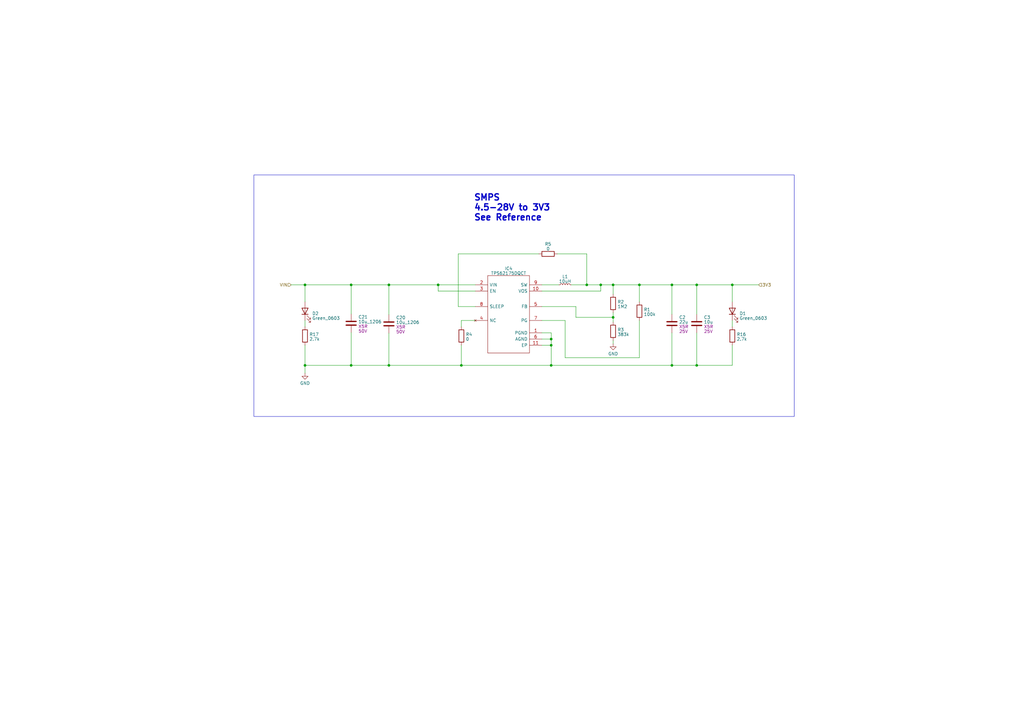
<source format=kicad_sch>
(kicad_sch (version 20230121) (generator eeschema)
  (paper "A3")
  (lib_symbols
    (symbol "Capacitor_JLC:10u" (pin_numbers hide) (pin_names (offset 0.254))
      (property "Reference" "C" (at 0.635 2.54 0))
      (property "Value" "10u" (at 0.635 -2.54 0))
      (property "Type" "X5R" (at 5.08 2.54 0))
      (property "Voltage" "25V" (at 5.08 0 0))
      (symbol "10u_0_1"
        (polyline (pts (xy -2.032 -0.762) (xy 2.032 -0.762)) (stroke (width 0.508)))
        (polyline (pts (xy -2.032 0.762) (xy 2.032 0.762)) (stroke (width 0.508)))
      )
      (symbol "10u_1_1"
        (pin passive line (at 0 3.81 270) (length 2.794) (name "~") (number "1"))
        (pin passive line (at 0 -3.81 90) (length 2.794) (name "~") (number "2"))
      )
    )
    (symbol "Capacitor_JLC:10u_1206" (pin_numbers hide) (pin_names (offset 0.254))
      (property "Reference" "C" (at 0.635 2.54 0))
      (property "Value" "10u_1206" (at 0.635 -2.54 0))
      (property "Type" "X5R" (at 5.08 2.54 0))
      (property "Voltage" "50V" (at 5.08 0 0))
      (symbol "10u_1206_0_1"
        (polyline (pts (xy -2.032 -0.762) (xy 2.032 -0.762)) (stroke (width 0.508)))
        (polyline (pts (xy -2.032 0.762) (xy 2.032 0.762)) (stroke (width 0.508)))
      )
      (symbol "10u_1206_1_1"
        (pin passive line (at 0 3.81 270) (length 2.794) (name "~") (number "1"))
        (pin passive line (at 0 -3.81 90) (length 2.794) (name "~") (number "2"))
      )
    )
    (symbol "Capacitor_JLC:22u" (pin_numbers hide) (pin_names (offset 0.254))
      (property "Reference" "C" (at 0.635 2.54 0))
      (property "Value" "22u" (at 0.635 -2.54 0))
      (property "Type" "X5R" (at 5.08 2.54 0))
      (property "Voltage" "25V" (at 5.08 0 0))
      (symbol "22u_0_1"
        (polyline (pts (xy -2.032 -0.762) (xy 2.032 -0.762)) (stroke (width 0.508)))
        (polyline (pts (xy -2.032 0.762) (xy 2.032 0.762)) (stroke (width 0.508)))
      )
      (symbol "22u_1_1"
        (pin passive line (at 0 3.81 270) (length 2.794) (name "~") (number "1"))
        (pin passive line (at 0 -3.81 90) (length 2.794) (name "~") (number "2"))
      )
    )
    (symbol "Diode_JLC:Green_0603" (pin_numbers hide) (pin_names (offset 1.016) hide)
      (property "Reference" "D" (at 0 5.08 0))
      (property "Value" "Green_0603" (at 0 3.175 0))
      (symbol "Green_0603_0_1"
        (polyline (pts (xy -1.27 -1.27) (xy -1.27 1.27)) (stroke (width 0.254)))
        (polyline (pts (xy -1.27 0) (xy 1.27 0)))
        (polyline (pts (xy 1.27 -1.27) (xy 1.27 1.27) (xy -1.27 0) (xy 1.27 -1.27)) (stroke (width 0.254)))
        (polyline (pts (xy -3.048 -0.762) (xy -4.572 -2.286) (xy -3.81 -2.286) (xy -4.572 -2.286) (xy -4.572 -1.524)))
        (polyline (pts (xy -1.778 -0.762) (xy -3.302 -2.286) (xy -2.54 -2.286) (xy -3.302 -2.286) (xy -3.302 -1.524)))
      )
      (symbol "Green_0603_1_1"
        (pin passive line (at -3.81 0 0) (length 2.54) (name "K") (number "1"))
        (pin passive line (at 3.81 0 180) (length 2.54) (name "A") (number "2"))
      )
    )
    (symbol "Inductor_JLC:10uH" (pin_numbers hide) (pin_names (offset 0.254) hide)
      (property "Reference" "L" (at 0.762 1.016 0))
      (property "Value" "10uH" (at 0.762 -1.016 0))
      (symbol "10uH_0_1"
        (arc (start 0 -2.032) (mid 0.5058 -1.524) (end 0 -1.016))
        (arc (start 0 -1.016) (mid 0.5058 -0.508) (end 0 0))
        (arc (start 0 0) (mid 0.5058 0.508) (end 0 1.016))
        (arc (start 0 1.016) (mid 0.5058 1.524) (end 0 2.032))
      )
      (symbol "10uH_1_1"
        (pin passive line (at 0 2.54 270) (length 0.508) (name "~") (number "1"))
        (pin passive line (at 0 -2.54 90) (length 0.508) (name "~") (number "2"))
      )
    )
    (symbol "Power-Drivers_JLC:TPS62175DQCT" (pin_names (offset 0.762))
      (property "Reference" "IC" (at 0 3.81 0))
      (property "Value" "TPS62175DQCT" (at 0 1.27 0))
      (symbol "TPS62175DQCT_0_0"
        (pin passive line (at 22.225 -23.495 180) (length 5.08) (name "PGND") (number "1"))
        (pin passive line (at 22.225 -6.35 180) (length 5.08) (name "VOS") (number "10"))
        (pin passive line (at 22.225 -28.575 180) (length 5.08) (name "EP") (number "11"))
        (pin passive line (at -5.08 -3.81 0) (length 5.08) (name "VIN") (number "2"))
        (pin passive line (at -5.08 -6.35 0) (length 5.08) (name "EN") (number "3"))
        (pin no_connect line (at -5.08 -18.415 0) (length 5.08) (name "NC") (number "4"))
        (pin passive line (at 22.225 -12.7 180) (length 5.08) (name "FB") (number "5"))
        (pin passive line (at 22.225 -26.035 180) (length 5.08) (name "AGND") (number "6"))
        (pin passive line (at 22.225 -18.415 180) (length 5.08) (name "PG") (number "7"))
        (pin passive line (at -5.08 -12.7 0) (length 5.08) (name "SLEEP") (number "8"))
        (pin passive line (at 22.225 -3.81 180) (length 5.08) (name "SW") (number "9"))
      )
      (symbol "TPS62175DQCT_0_1"
        (rectangle (start 0 0) (end 17.145 -31.75))
      )
    )
    (symbol "Resistor_JLC:0" (pin_numbers hide) (pin_names (offset 0))
      (property "Reference" "R" (at 2.032 0 90))
      (property "Value" "0" (at 0 0 90))
      (symbol "0_0_1"
        (rectangle (start -1.016 -2.54) (end 1.016 2.54) (stroke (width 0.254)))
      )
      (symbol "0_1_1"
        (pin passive line (at 0 3.81 270) (length 1.27) (name "~") (number "1"))
        (pin passive line (at 0 -3.81 90) (length 1.27) (name "~") (number "2"))
      )
    )
    (symbol "Resistor_JLC:100k" (pin_numbers hide) (pin_names (offset 0))
      (property "Reference" "R" (at 2.032 0 90))
      (property "Value" "100k" (at 0 0 90))
      (symbol "100k_0_1"
        (rectangle (start -1.016 -2.54) (end 1.016 2.54) (stroke (width 0.254)))
      )
      (symbol "100k_1_1"
        (pin passive line (at 0 3.81 270) (length 1.27) (name "~") (number "1"))
        (pin passive line (at 0 -3.81 90) (length 1.27) (name "~") (number "2"))
      )
    )
    (symbol "Resistor_JLC:1M2" (pin_numbers hide) (pin_names (offset 0))
      (property "Reference" "R" (at 2.032 0 90))
      (property "Value" "1M2" (at 0 0 90))
      (symbol "1M2_0_1"
        (rectangle (start -1.016 -2.54) (end 1.016 2.54) (stroke (width 0.254)))
      )
      (symbol "1M2_1_1"
        (pin passive line (at 0 3.81 270) (length 1.27) (name "~") (number "1"))
        (pin passive line (at 0 -3.81 90) (length 1.27) (name "~") (number "2"))
      )
    )
    (symbol "Resistor_JLC:2.7k" (pin_numbers hide) (pin_names (offset 0))
      (property "Reference" "R" (at 2.032 0 90))
      (property "Value" "2.7k" (at 0 0 90))
      (symbol "2.7k_0_1"
        (rectangle (start -1.016 -2.54) (end 1.016 2.54) (stroke (width 0.254)))
      )
      (symbol "2.7k_1_1"
        (pin passive line (at 0 3.81 270) (length 1.27) (name "~") (number "1"))
        (pin passive line (at 0 -3.81 90) (length 1.27) (name "~") (number "2"))
      )
    )
    (symbol "Resistor_JLC:383k" (pin_numbers hide) (pin_names (offset 0))
      (property "Reference" "R" (at 2.032 0 90))
      (property "Value" "383k" (at 0 0 90))
      (symbol "383k_0_1"
        (rectangle (start -1.016 -2.54) (end 1.016 2.54) (stroke (width 0.254)))
      )
      (symbol "383k_1_1"
        (pin passive line (at 0 3.81 270) (length 1.27) (name "~") (number "1"))
        (pin passive line (at 0 -3.81 90) (length 1.27) (name "~") (number "2"))
      )
    )
    (symbol "power:GND" (power) (pin_names (offset 0))
      (property "Value" "GND" (at 0 -3.81 0))
      (symbol "GND_0_1"
        (polyline (pts (xy 0 0) (xy 0 -1.27) (xy 1.27 -1.27) (xy 0 -2.54) (xy -1.27 -1.27) (xy 0 -1.27)))
      )
      (symbol "GND_1_1"
        (pin power_in line (at 0 0 270) (length 0) hide (name "GND") (number "1"))
      )
    )
  )
  (junction (at 125.095 116.84))
  (junction (at 285.75 116.84))
  (junction (at 275.59 149.86))
  (junction (at 285.75 149.86))
  (junction (at 262.255 116.84))
  (junction (at 226.06 141.605))
  (junction (at 179.705 116.84))
  (junction (at 226.06 139.065))
  (junction (at 246.38 116.84))
  (junction (at 251.46 116.84))
  (junction (at 159.512 149.86))
  (junction (at 300.355 116.84))
  (junction (at 275.59 116.84))
  (junction (at 144.018 149.86))
  (junction (at 240.665 116.84))
  (junction (at 251.46 130.175))
  (junction (at 125.095 149.86))
  (junction (at 144.018 116.84))
  (junction (at 189.23 149.86))
  (junction (at 159.512 116.84))
  (junction (at 226.06 149.86))
  (wire (pts (xy 125.095 131.445) (xy 125.095 133.985)))
  (wire (pts (xy 189.23 149.86) (xy 226.06 149.86)))
  (wire (pts (xy 275.59 136.525) (xy 275.59 149.86)))
  (wire (pts (xy 222.25 125.73) (xy 236.22 125.73)))
  (wire (pts (xy 144.018 136.398) (xy 144.018 149.86)))
  (wire (pts (xy 262.255 123.825) (xy 262.255 116.84)))
  (wire (pts (xy 262.255 146.685) (xy 262.255 131.445)))
  (wire (pts (xy 159.512 129.032) (xy 159.512 116.84)))
  (wire (pts (xy 226.06 136.525) (xy 226.06 139.065)))
  (wire (pts (xy 300.355 123.825) (xy 300.355 116.84)))
  (wire (pts (xy 125.095 123.825) (xy 125.095 116.84)))
  (wire (pts (xy 300.355 141.605) (xy 300.355 149.86)))
  (wire (pts (xy 222.25 119.38) (xy 246.38 119.38)))
  (wire (pts (xy 226.06 139.065) (xy 226.06 141.605)))
  (wire (pts (xy 236.22 130.175) (xy 251.46 130.175)))
  (wire (pts (xy 222.25 116.84) (xy 229.235 116.84)))
  (wire (pts (xy 246.38 119.38) (xy 246.38 116.84)))
  (wire (pts (xy 285.75 116.84) (xy 300.355 116.84)))
  (wire (pts (xy 119.38 116.84) (xy 125.095 116.84)))
  (wire (pts (xy 187.96 125.73) (xy 187.96 104.14)))
  (wire (pts (xy 251.46 116.84) (xy 251.46 120.65)))
  (wire (pts (xy 275.59 116.84) (xy 262.255 116.84)))
  (wire (pts (xy 194.945 131.445) (xy 189.23 131.445)))
  (wire (pts (xy 159.512 136.652) (xy 159.512 149.86)))
  (wire (pts (xy 144.018 116.84) (xy 159.512 116.84)))
  (wire (pts (xy 285.75 136.525) (xy 285.75 149.86)))
  (wire (pts (xy 144.018 149.86) (xy 159.512 149.86)))
  (wire (pts (xy 125.095 149.86) (xy 125.095 153.035)))
  (wire (pts (xy 222.25 141.605) (xy 226.06 141.605)))
  (wire (pts (xy 251.46 139.7) (xy 251.46 140.97)))
  (wire (pts (xy 125.095 116.84) (xy 144.018 116.84)))
  (wire (pts (xy 125.095 149.86) (xy 144.018 149.86)))
  (wire (pts (xy 222.25 136.525) (xy 226.06 136.525)))
  (wire (pts (xy 144.018 128.778) (xy 144.018 116.84)))
  (wire (pts (xy 231.775 146.685) (xy 262.255 146.685)))
  (wire (pts (xy 231.775 131.445) (xy 231.775 146.685)))
  (wire (pts (xy 222.25 131.445) (xy 231.775 131.445)))
  (wire (pts (xy 159.512 149.86) (xy 189.23 149.86)))
  (wire (pts (xy 285.75 149.86) (xy 275.59 149.86)))
  (wire (pts (xy 275.59 116.84) (xy 275.59 128.905)))
  (wire (pts (xy 275.59 149.86) (xy 226.06 149.86)))
  (wire (pts (xy 251.46 128.27) (xy 251.46 130.175)))
  (wire (pts (xy 222.25 139.065) (xy 226.06 139.065)))
  (wire (pts (xy 226.06 141.605) (xy 226.06 149.86)))
  (wire (pts (xy 179.705 119.38) (xy 179.705 116.84)))
  (wire (pts (xy 285.75 116.84) (xy 285.75 128.905)))
  (wire (pts (xy 262.255 116.84) (xy 251.46 116.84)))
  (wire (pts (xy 194.945 125.73) (xy 187.96 125.73)))
  (wire (pts (xy 275.59 116.84) (xy 285.75 116.84)))
  (wire (pts (xy 240.665 116.84) (xy 234.315 116.84)))
  (wire (pts (xy 194.945 116.84) (xy 179.705 116.84)))
  (wire (pts (xy 189.23 149.86) (xy 189.23 141.605)))
  (wire (pts (xy 300.355 131.445) (xy 300.355 133.985)))
  (wire (pts (xy 187.96 104.14) (xy 220.98 104.14)))
  (wire (pts (xy 251.46 116.84) (xy 246.38 116.84)))
  (wire (pts (xy 159.512 116.84) (xy 179.705 116.84)))
  (wire (pts (xy 251.46 130.175) (xy 251.46 132.08)))
  (wire (pts (xy 300.355 149.86) (xy 285.75 149.86)))
  (wire (pts (xy 228.6 104.14) (xy 240.665 104.14)))
  (wire (pts (xy 194.945 119.38) (xy 179.705 119.38)))
  (wire (pts (xy 240.665 104.14) (xy 240.665 116.84)))
  (wire (pts (xy 300.355 116.84) (xy 311.15 116.84)))
  (wire (pts (xy 189.23 131.445) (xy 189.23 133.985)))
  (wire (pts (xy 125.095 141.605) (xy 125.095 149.86)))
  (wire (pts (xy 246.38 116.84) (xy 240.665 116.84)))
  (wire (pts (xy 236.22 125.73) (xy 236.22 130.175)))
  (rectangle (start 104.14 71.755) (end 325.755 170.815))
  (text "SMPS\n4.5-28V to 3V3\nSee Reference" (at 194.31 90.805 0) (effects (font (size 2.54 2.54) (thickness 0.508) bold) (justify left bottom)))
  (hierarchical_label "VIN" (shape input) (at 119.38 116.84 180))
  (hierarchical_label "3V3" (shape input) (at 311.15 116.84 0))
  (symbol (lib_id "Resistor_JLC:383k") (at 251.46 135.89 0) (unit 1)
    (property "Reference" "R3" (at 253.238 135.2463 0) (effects (justify left)))
    (property "Value" "383k" (at 253.238 137.1673 0) (effects (justify left)))
    (property "Footprint" "Resistor_SMD:R_0402_1005Metric" (effects hide))
    (property "LCSC" "C163468" (effects hide))
  )
  (symbol (lib_id "Capacitor_JLC:22u") (at 275.59 132.715 0) (unit 1)
    (property "Reference" "C2" (at 278.511 130.1503 0) (effects (justify left)))
    (property "Value" "22u" (at 278.511 132.0713 0) (effects (justify left)))
    (property "Footprint" "Capacitor_SMD:C_0805_2012Metric" (effects hide))
    (property "Type" "X5R" (at 278.511 133.9923 0) (effects (justify left)))
    (property "LCSC" "C602037" (effects hide))
    (property "Voltage" "25V" (at 278.511 135.9133 0) (effects (justify left)))
  )
  (symbol (lib_id "Resistor_JLC:100k") (at 262.255 127.635 0) (unit 1)
    (property "Reference" "R1" (at 264.033 126.9913 0) (effects (justify left)))
    (property "Value" "100k" (at 264.033 128.9123 0) (effects (justify left)))
    (property "Footprint" "Resistor_SMD:R_0402_1005Metric" (effects hide))
    (property "LCSC" "C25741" (effects hide))
  )
  (symbol (lib_id "Resistor_JLC:2.7k") (at 125.095 137.795 0) (unit 1)
    (property "Reference" "R17" (at 126.873 137.1513 0) (effects (justify left)))
    (property "Value" "2.7k" (at 126.873 139.0723 0) (effects (justify left)))
    (property "Footprint" "Resistor_SMD:R_0402_1005Metric" (effects hide))
    (property "LCSC" "C25885" (effects hide))
  )
  (symbol (lib_id "Diode_JLC:Green_0603") (at 300.355 127.635 90) (unit 1)
    (property "Reference" "D1" (at 303.276 128.5788 90) (effects (justify right)))
    (property "Value" "Green_0603" (at 303.276 130.4998 90) (effects (justify right)))
    (property "Footprint" "LED_SMD:LED_0603_1608Metric" (effects hide))
    (property "Datasheet" "https://datasheet.lcsc.com/lcsc/1811101510_Everlight-Elec-19-217-GHC-YR1S2-3T_C72043.pdf" (effects hide))
    (property "LCSC" "C72043" (effects hide))
  )
  (symbol (lib_id "Power-Drivers_JLC:TPS62175DQCT") (at 200.025 113.03 0) (unit 1)
    (property "Reference" "IC4" (at 208.5975 110.1471 0))
    (property "Value" "TPS62175DQCT" (at 208.5975 112.0681 0))
    (property "Footprint" "SON50P200X300X80-11N" (effects hide))
    (property "Datasheet" "http://www.ti.com/lit/ds/symlink/tps62175.pdf" (effects hide))
    (property "Description" "28V 0.5A StepDown Converter Sleep WSON10 Texas Instruments TPS62175DQCT, Step Down DC-DC Converter, 500mA, Adjustable, 1  6 V, 10-Pin WSON" (effects hide))
    (property "Height" "0.8" (effects hide))
    (property "Manufacturer_Name" "Texas Instruments" (effects hide))
    (property "Manufacturer_Part_Number" "TPS62175DQCT" (effects hide))
    (property "Mouser Part Number" "595-TPS62175DQCT" (effects hide))
    (property "Mouser Price/Stock" "https://www.mouser.co.uk/ProductDetail/Texas-Instruments/TPS62175DQCT?qs=4whTb%2F0XQMhBaDZDaJHbIw%3D%3D" (effects hide))
    (property "Arrow Part Number" "TPS62175DQCT" (effects hide))
    (property "Arrow Price/Stock" "https://www.arrow.com/en/products/tps62175dqct/texas-instruments?region=nac" (effects hide))
    (property "LCSC" "C32097" (effects hide))
  )
  (symbol (lib_id "Resistor_JLC:2.7k") (at 300.355 137.795 0) (unit 1)
    (property "Reference" "R16" (at 302.133 137.1513 0) (effects (justify left)))
    (property "Value" "2.7k" (at 302.133 139.0723 0) (effects (justify left)))
    (property "Footprint" "Resistor_SMD:R_0402_1005Metric" (effects hide))
    (property "LCSC" "C25885" (effects hide))
  )
  (symbol (lib_id "Diode_JLC:Green_0603") (at 125.095 127.635 90) (unit 1)
    (property "Reference" "D2" (at 128.016 128.5788 90) (effects (justify right)))
    (property "Value" "Green_0603" (at 128.016 130.4998 90) (effects (justify right)))
    (property "Footprint" "LED_SMD:LED_0603_1608Metric" (effects hide))
    (property "Datasheet" "https://datasheet.lcsc.com/lcsc/1811101510_Everlight-Elec-19-217-GHC-YR1S2-3T_C72043.pdf" (effects hide))
    (property "LCSC" "C72043" (effects hide))
  )
  (symbol (lib_id "Inductor_JLC:10uH") (at 231.775 116.84 90) (unit 1)
    (property "Reference" "L1" (at 231.775 113.4513 90))
    (property "Value" "10uH" (at 231.775 115.3723 90))
    (property "Footprint" "SamacSys_Parts:INDPM4040X300N" (effects hide))
    (property "Datasheet" "https://datasheet.lcsc.com/lcsc/2110091630_Sunlord-SWPA4030S100MT_C38117.pdf" (effects hide))
    (property "LCSC" "C38117" (effects hide))
  )
  (symbol (lib_id "Resistor_JLC:0") (at 189.23 137.795 0) (unit 1)
    (property "Reference" "R4" (at 191.008 137.1513 0) (effects (justify left)))
    (property "Value" "0" (at 191.008 139.0723 0) (effects (justify left)))
    (property "Footprint" "Resistor_SMD:R_0805_2012Metric_Pad1.20x1.40mm_HandSolder" (effects hide))
    (property "LCSC" "C17477" (effects hide))
  )
  (symbol (lib_id "power:GND") (at 125.095 153.035 0) (unit 1)
    (property "Reference" "#PWR02" (effects hide))
    (property "Value" "GND" (at 125.095 157.1705 0))
  )
  (symbol (lib_id "power:GND") (at 251.46 140.97 0) (unit 1)
    (property "Reference" "#PWR03" (effects hide))
    (property "Value" "GND" (at 251.46 145.1055 0))
  )
  (symbol (lib_id "Resistor_JLC:0") (at 224.79 104.14 90) (unit 1)
    (property "Reference" "R5" (at 224.79 100.1141 90))
    (property "Value" "0" (at 224.79 102.0351 90))
    (property "Footprint" "Resistor_SMD:R_0805_2012Metric_Pad1.20x1.40mm_HandSolder" (effects hide))
    (property "LCSC" "C17477" (effects hide))
  )
  (symbol (lib_id "Capacitor_JLC:10u_1206") (at 144.018 132.588 0) (unit 1)
    (property "Reference" "C21" (at 146.939 130.0233 0) (effects (justify left)))
    (property "Value" "10u_1206" (at 146.939 131.9443 0) (effects (justify left)))
    (property "Footprint" "Capacitor_SMD:C_1206_3216Metric" (effects hide))
    (property "Datasheet" "https://datasheet.lcsc.com/lcsc/1912111437_TDK-C3216X7R1V106MT000E_C361179.pdf" (effects hide))
    (property "Type" "X5R" (at 146.939 133.8653 0) (effects (justify left)))
    (property "LCSC" "C466808" (effects hide))
    (property "Voltage" "50V" (at 146.939 135.7863 0) (effects (justify left)))
  )
  (symbol (lib_id "Capacitor_JLC:10u_1206") (at 159.512 132.842 0) (unit 1)
    (property "Reference" "C20" (at 162.433 130.2773 0) (effects (justify left)))
    (property "Value" "10u_1206" (at 162.433 132.1983 0) (effects (justify left)))
    (property "Footprint" "Capacitor_SMD:C_1206_3216Metric" (effects hide))
    (property "Datasheet" "https://datasheet.lcsc.com/lcsc/1912111437_TDK-C3216X7R1V106MT000E_C361179.pdf" (effects hide))
    (property "Type" "X5R" (at 162.433 134.1193 0) (effects (justify left)))
    (property "LCSC" "C466808" (effects hide))
    (property "Voltage" "50V" (at 162.433 136.0403 0) (effects (justify left)))
  )
  (symbol (lib_id "Capacitor_JLC:10u") (at 285.75 132.715 0) (unit 1)
    (property "Reference" "C3" (at 288.671 130.1503 0) (effects (justify left)))
    (property "Value" "10u" (at 288.671 132.0713 0) (effects (justify left)))
    (property "Footprint" "Capacitor_SMD:C_0805_2012Metric" (effects hide))
    (property "Type" "X5R" (at 288.671 133.9923 0) (effects (justify left)))
    (property "LCSC" "C15850" (effects hide))
    (property "Voltage" "25V" (at 288.671 135.9133 0) (effects (justify left)))
  )
  (symbol (lib_id "Resistor_JLC:1M2") (at 251.46 124.46 0) (unit 1)
    (property "Reference" "R2" (at 253.238 123.8163 0) (effects (justify left)))
    (property "Value" "1M2" (at 253.238 125.7373 0) (effects (justify left)))
    (property "Footprint" "Resistor_SMD:R_0402_1005Metric" (effects hide))
    (property "LCSC" "C413030" (effects hide))
  )
)
</source>
